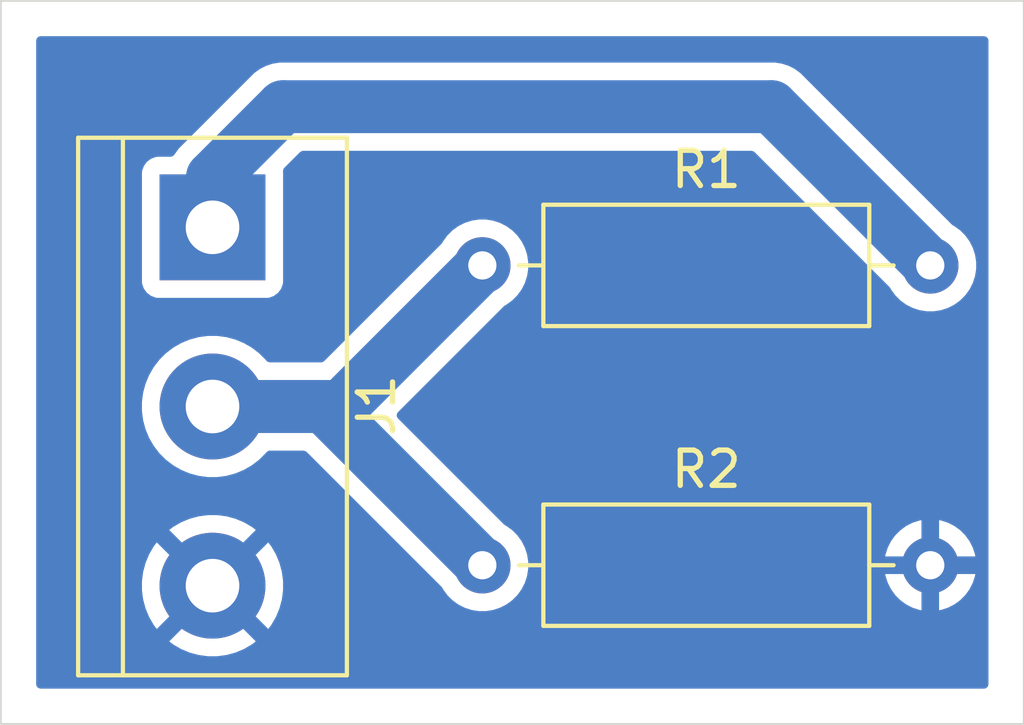
<source format=kicad_pcb>
(kicad_pcb (version 20241229) (generator "pcbnew") (generator_version "9.0")
  (layers (0 "F.Cu" signal) (2 "B.Cu" signal) (13 "F.Paste" user) (15 "B.Paste" user) (5 "F.SilkS" user "F.Silkscreen") (7 "B.SilkS" user "B.Silkscreen") (1 "F.Mask" user) (3 "B.Mask" user) (25 "Edge.Cuts" user))
  (net 0 "")
  (net 1 "5V")
  (net 2 "Earth")
  (net 3 "Net-(J1-Pin_2)")
  (footprint "Resistor_THT:R_Axial_DIN0309_L9.0mm_D3.2mm_P12.70mm_Horizontal" (layer "F.Cu") (at 141.65 96)
    (property "Reference" "R2" (at 6.35 -2.72 0) (layer "F.SilkS"))
    (property "Value" "R")
    (fp_line (start 1.04 0) (end 1.73 0) (stroke (width 0.12)) (layer "F.SilkS"))
    (fp_line (start 1.73 -1.72) (end 1.73 1.72) (stroke (width 0.12)) (layer "F.SilkS"))
    (fp_line (start 1.73 1.72) (end 10.97 1.72) (stroke (width 0.12)) (layer "F.SilkS"))
    (fp_line (start 10.97 -1.72) (end 1.73 -1.72) (stroke (width 0.12)) (layer "F.SilkS"))
    (fp_line (start 10.97 1.72) (end 10.97 -1.72) (stroke (width 0.12)) (layer "F.SilkS"))
    (fp_line (start 11.66 0) (end 10.97 0) (stroke (width 0.12)) (layer "F.SilkS"))
    (pad "1" thru_hole circle (at 0 0) (size 1.6 1.6) (drill 0.8) (layers "*.Cu" "*.Mask") (net 3 "Net-(J1-Pin_2)"))
    (pad "2" thru_hole oval (at 12.7 0) (size 1.6 1.6) (drill 0.8) (layers "*.Cu" "*.Mask") (net 2 "Earth"))
  )
  (footprint "TerminalBlock:TerminalBlock_bornier-3_P5.08mm" (layer "F.Cu") (at 134 86.42 -90)
    (property "Reference" "J1" (at 5.05 -4.65 90) (layer "F.SilkS"))
    (property "Value" "Screw_Terminal_01x03")
    (fp_line (start -2.54 3.81) (end 12.7 3.81) (stroke (width 0.12)) (layer "F.SilkS"))
    (fp_line (start -2.54 3.81) (end -2.54 -3.81) (stroke (width 0.12)) (layer "F.SilkS"))
    (fp_line (start 12.7 3.81) (end 12.7 -3.81) (stroke (width 0.12)) (layer "F.SilkS"))
    (fp_line (start -2.54 2.54) (end 12.7 2.54) (stroke (width 0.12)) (layer "F.SilkS"))
    (fp_line (start -2.54 -3.81) (end 12.7 -3.81) (stroke (width 0.12)) (layer "F.SilkS"))
    (pad "1" thru_hole rect (at 0 0 270) (size 3 3) (drill 1.52) (layers "*.Cu" "*.Mask") (net 1 "5V"))
    (pad "2" thru_hole circle (at 5.08 0 270) (size 3 3) (drill 1.52) (layers "*.Cu" "*.Mask") (net 3 "Net-(J1-Pin_2)"))
    (pad "3" thru_hole circle (at 10.16 0 270) (size 3 3) (drill 1.52) (layers "*.Cu" "*.Mask") (net 2 "Earth"))
  )
  (footprint "Resistor_THT:R_Axial_DIN0309_L9.0mm_D3.2mm_P12.70mm_Horizontal" (layer "F.Cu") (at 141.65 87.5)
    (property "Reference" "R1" (at 6.35 -2.72 0) (layer "F.SilkS"))
    (property "Value" "R")
    (fp_line (start 1.04 0) (end 1.73 0) (stroke (width 0.12)) (layer "F.SilkS"))
    (fp_line (start 1.73 -1.72) (end 1.73 1.72) (stroke (width 0.12)) (layer "F.SilkS"))
    (fp_line (start 1.73 1.72) (end 10.97 1.72) (stroke (width 0.12)) (layer "F.SilkS"))
    (fp_line (start 10.97 -1.72) (end 1.73 -1.72) (stroke (width 0.12)) (layer "F.SilkS"))
    (fp_line (start 10.97 1.72) (end 10.97 -1.72) (stroke (width 0.12)) (layer "F.SilkS"))
    (fp_line (start 11.66 0) (end 10.97 0) (stroke (width 0.12)) (layer "F.SilkS"))
    (pad "1" thru_hole circle (at 0 0) (size 1.6 1.6) (drill 0.8) (layers "*.Cu" "*.Mask") (net 3 "Net-(J1-Pin_2)"))
    (pad "2" thru_hole oval (at 12.7 0) (size 1.6 1.6) (drill 0.8) (layers "*.Cu" "*.Mask") (net 1 "5V"))
  )
  (gr_rect (start 128 80) (end 157 100.5) (stroke (width 0.05)) (fill no) (layer "Edge.Cuts"))
  (segment (start 134 85) (end 136 83) (width 1.5) (layer "B.Cu") (net 1))
  (segment (start 134 86.42) (end 134 85) (width 1.5) (layer "B.Cu") (net 1))
  (segment (start 136 83) (end 149.85 83) (width 1.5) (layer "B.Cu") (net 1))
  (segment (start 149.85 83) (end 154.35 87.5) (width 1.5) (layer "B.Cu") (net 1))
  (segment (start 137.15 91.5) (end 141.65 96) (width 1.5) (layer "B.Cu") (net 3))
  (segment (start 137.65 91.5) (end 141.65 87.5) (width 1.5) (layer "B.Cu") (net 3))
  (segment (start 134 91.5) (end 137.15 91.5) (width 1.5) (layer "B.Cu") (net 3))
  (segment (start 134 91.5) (end 137.65 91.5) (width 1.5) (layer "B.Cu") (net 3))
  (zone (net 2) (net_name "Earth") (layer "B.Cu") (connect_pads (clearance 0.5)) (min_thickness 0.25) (fill yes (thermal_gap 0.5) (thermal_bridge_width 0.5))
    (polygon (pts (xy 156 81) (xy 156 99.5) (xy 129 99.5) (xy 129 81)))
  )
)
</source>
